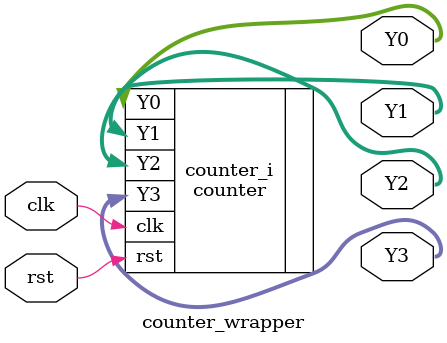
<source format=v>
`timescale 1 ps / 1 ps

module counter_wrapper
   (Y0,
    Y1,
    Y2,
    Y3,
    clk,
    rst);
  output [3:0]Y0;
  output [3:0]Y1;
  output [3:0]Y2;
  output [3:0]Y3;
  input clk;
  input rst;

  wire [3:0]Y0;
  wire [3:0]Y1;
  wire [3:0]Y2;
  wire [3:0]Y3;
  wire clk;
  wire rst;

  counter counter_i
       (.Y0(Y0),
        .Y1(Y1),
        .Y2(Y2),
        .Y3(Y3),
        .clk(clk),
        .rst(rst));
endmodule

</source>
